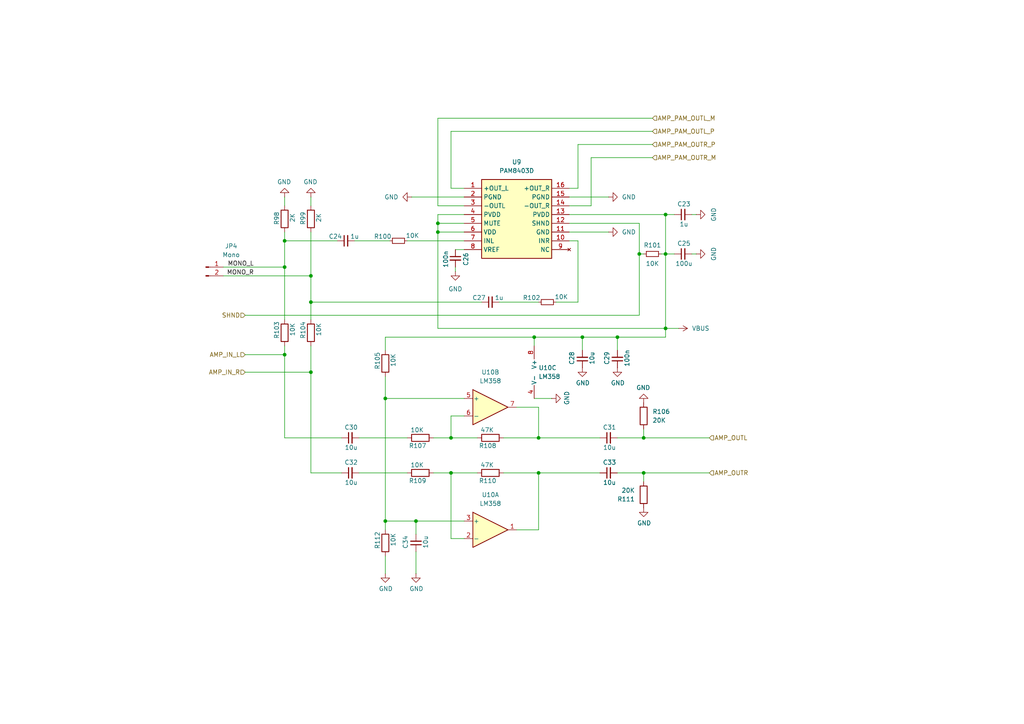
<source format=kicad_sch>
(kicad_sch (version 20250114) (generator "eeschema") (generator_version "9.0")
  (paper "A4")
  (title_block (title "TurboFRANK") (date "2025-03-19") (rev "1.04") (company "Mikhail Matveev") (comment 1 "https://github.com/xtremespb/frank"))
  (lib_symbols
    (symbol "Amplifier_Operational:LM358" (pin_names (offset 0.127))
      (property "Reference" "U" (at 0 5.08 0))
      (property "Value" "LM358" (at 0 -5.08 0))
      (symbol "LM358_1_1"
        (polyline (pts (xy -5.08 5.08) (xy 5.08 0) (xy -5.08 -5.08) (xy -5.08 5.08)) (stroke (width 0.254)) (fill (type background)))
        (pin input line (at -7.62 2.54 0) (length 2.54) (name "+") (number "3"))
        (pin input line (at -7.62 -2.54 0) (length 2.54) (name "-") (number "2"))
        (pin output line (at 7.62 0 180) (length 2.54) (name "~") (number "1"))
      )
      (symbol "LM358_2_1"
        (polyline (pts (xy -5.08 5.08) (xy 5.08 0) (xy -5.08 -5.08) (xy -5.08 5.08)) (stroke (width 0.254)) (fill (type background)))
        (pin input line (at -7.62 2.54 0) (length 2.54) (name "+") (number "5"))
        (pin input line (at -7.62 -2.54 0) (length 2.54) (name "-") (number "6"))
        (pin output line (at 7.62 0 180) (length 2.54) (name "~") (number "7"))
      )
      (symbol "LM358_3_1"
        (pin power_in line (at -2.54 7.62 270) (length 3.81) (name "V+") (number "8"))
        (pin power_in line (at -2.54 -7.62 90) (length 3.81) (name "V-") (number "4"))
      )
    )
    (symbol "Connector:Conn_01x02_Pin" (pin_names (offset 1.016) (hide yes))
      (property "Reference" "J" (at 0 2.54 0))
      (property "Value" "Conn_01x02_Pin" (at 0 -5.08 0))
      (symbol "Conn_01x02_Pin_1_1"
        (rectangle (start 0.8636 0.127) (end 0 -0.127) (stroke (width 0.1524)) (fill (type outline)))
        (rectangle (start 0.8636 -2.413) (end 0 -2.667) (stroke (width 0.1524)) (fill (type outline)))
        (polyline (pts (xy 1.27 0) (xy 0.8636 0)) (stroke (width 0.1524)))
        (polyline (pts (xy 1.27 -2.54) (xy 0.8636 -2.54)) (stroke (width 0.1524)))
        (pin passive line (at 5.08 0 180) (length 3.81) (name "Pin_1") (number "1"))
        (pin passive line (at 5.08 -2.54 180) (length 3.81) (name "Pin_2") (number "2"))
      )
    )
    (symbol "Device:C_Small" (pin_numbers (hide yes)) (pin_names (offset 0.254) (hide yes))
      (property "Reference" "C" (at 0.254 1.778 0))
      (property "Value" "C_Small" (at 0.254 -2.032 0))
      (symbol "C_Small_0_1"
        (polyline (pts (xy -1.524 0.508) (xy 1.524 0.508)) (stroke (width 0.3048)))
        (polyline (pts (xy -1.524 -0.508) (xy 1.524 -0.508)) (stroke (width 0.3302)))
      )
      (symbol "C_Small_1_1"
        (pin passive line (at 0 2.54 270) (length 2.032) (name "~") (number "1"))
        (pin passive line (at 0 -2.54 90) (length 2.032) (name "~") (number "2"))
      )
    )
    (symbol "Device:R" (pin_numbers (hide yes)) (pin_names (offset 0))
      (property "Reference" "R" (at 2.032 0 90))
      (property "Value" "R" (at 0 0 90))
      (symbol "R_0_1"
        (rectangle (start -1.016 -2.54) (end 1.016 2.54) (stroke (width 0.254)))
      )
      (symbol "R_1_1"
        (pin passive line (at 0 3.81 270) (length 1.27) (name "~") (number "1"))
        (pin passive line (at 0 -3.81 90) (length 1.27) (name "~") (number "2"))
      )
    )
    (symbol "Device:R_Small" (pin_numbers (hide yes)) (pin_names (offset 0.254) (hide yes))
      (property "Reference" "R" (at 0.762 0.508 0))
      (property "Value" "R_Small" (at 0.762 -1.016 0))
      (symbol "R_Small_0_1"
        (rectangle (start -0.762 1.778) (end 0.762 -1.778) (stroke (width 0.2032)))
      )
      (symbol "R_Small_1_1"
        (pin passive line (at 0 2.54 270) (length 0.762) (name "~") (number "1"))
        (pin passive line (at 0 -2.54 90) (length 0.762) (name "~") (number "2"))
      )
    )
    (symbol "FRANK:PAM8403D"
      (property "Reference" "U" (at 15.24 7.62 0))
      (property "Value" "PAM8403D" (at 15.24 5.08 0))
      (symbol "PAM8403D_1_1"
        (rectangle (start 5.08 2.54) (end 25.4 -20.32) (stroke (width 0.254)) (fill (type background)))
        (pin passive line (at 0 0 0) (length 5.08) (name "+OUT_L") (number "1"))
        (pin passive line (at 0 -2.54 0) (length 5.08) (name "PGND") (number "2"))
        (pin passive line (at 0 -5.08 0) (length 5.08) (name "-OUTL") (number "3"))
        (pin passive line (at 0 -7.62 0) (length 5.08) (name "PVDD") (number "4"))
        (pin passive line (at 0 -10.16 0) (length 5.08) (name "MUTE") (number "5"))
        (pin passive line (at 0 -12.7 0) (length 5.08) (name "VDD") (number "6"))
        (pin passive line (at 0 -15.24 0) (length 5.08) (name "INL") (number "7"))
        (pin passive line (at 0 -17.78 0) (length 5.08) (name "VREF") (number "8"))
        (pin passive line (at 30.48 0 180) (length 5.08) (name "+OUT_R") (number "16"))
        (pin passive line (at 30.48 -2.54 180) (length 5.08) (name "PGND") (number "15"))
        (pin passive line (at 30.48 -5.08 180) (length 5.08) (name "-OUT_R") (number "14"))
        (pin passive line (at 30.48 -7.62 180) (length 5.08) (name "PVDD") (number "13"))
        (pin passive line (at 30.48 -10.16 180) (length 5.08) (name "SHND") (number "12"))
        (pin passive line (at 30.48 -12.7 180) (length 5.08) (name "GND") (number "11"))
        (pin passive line (at 30.48 -15.24 180) (length 5.08) (name "INR") (number "10"))
        (pin no_connect line (at 30.48 -17.78 180) (length 5.08) (name "NC") (number "9"))
      )
    )
    (symbol "GND_1" (power) (pin_numbers (hide yes)) (pin_names (offset 0) (hide yes))
      (property "Value" "GND" (at 0 -3.81 0))
      (symbol "GND_1_0_1"
        (polyline (pts (xy 0 0) (xy 0 -1.27) (xy 1.27 -1.27) (xy 0 -2.54) (xy -1.27 -1.27) (xy 0 -1.27)))
      )
      (symbol "GND_1_1_1"
        (pin power_in line (at 0 0 270) (length 0) (name "~") (number "1"))
      )
    )
    (symbol "power:GND" (power) (pin_numbers (hide yes)) (pin_names (offset 0) (hide yes))
      (property "Value" "GND" (at 0 -3.81 0))
      (symbol "GND_0_1"
        (polyline (pts (xy 0 0) (xy 0 -1.27) (xy 1.27 -1.27) (xy 0 -2.54) (xy -1.27 -1.27) (xy 0 -1.27)))
      )
      (symbol "GND_1_1"
        (pin power_in line (at 0 0 270) (length 0) (name "~") (number "1"))
      )
    )
    (symbol "power:VBUS" (power) (pin_numbers (hide yes)) (pin_names (offset 0) (hide yes))
      (property "Value" "VBUS" (at 0 3.556 0))
      (symbol "VBUS_0_1"
        (polyline (pts (xy -0.762 1.27) (xy 0 2.54)))
        (polyline (pts (xy 0 2.54) (xy 0.762 1.27)))
        (polyline (pts (xy 0 0) (xy 0 2.54)))
      )
      (symbol "VBUS_1_1"
        (pin power_in line (at 0 0 90) (length 0) (name "~") (number "1"))
      )
    )
  )
  (junction (at 156.21 137.16))
  (junction (at 156.21 127))
  (junction (at 193.04 73.66))
  (junction (at 82.55 102.87))
  (junction (at 179.07 97.79))
  (junction (at 82.55 69.85))
  (junction (at 168.91 97.79))
  (junction (at 120.65 151.13))
  (junction (at 154.94 97.79))
  (junction (at 185.42 73.66))
  (junction (at 90.17 107.95))
  (junction (at 130.81 127))
  (junction (at 186.69 137.16))
  (junction (at 90.17 80.01))
  (junction (at 193.04 62.23))
  (junction (at 90.17 87.63))
  (junction (at 127 67.31))
  (junction (at 130.81 137.16))
  (junction (at 82.55 77.47))
  (junction (at 111.76 115.57))
  (junction (at 193.04 95.25))
  (junction (at 127 64.77))
  (junction (at 186.69 127))
  (junction (at 111.76 151.13))
  (wire (pts (xy 193.04 73.66) (xy 195.58 73.66)))
  (wire (pts (xy 111.76 101.6) (xy 111.76 97.79)))
  (wire (pts (xy 120.65 151.13) (xy 120.65 154.94)))
  (wire (pts (xy 165.1 62.23) (xy 193.04 62.23)))
  (wire (pts (xy 171.45 59.69) (xy 171.45 45.72)))
  (wire (pts (xy 119.38 57.15) (xy 134.62 57.15)))
  (wire (pts (xy 111.76 97.79) (xy 154.94 97.79)))
  (wire (pts (xy 165.1 57.15) (xy 176.53 57.15)))
  (wire (pts (xy 134.62 54.61) (xy 130.81 54.61)))
  (wire (pts (xy 82.55 69.85) (xy 97.79 69.85)))
  (wire (pts (xy 165.1 67.31) (xy 176.53 67.31)))
  (wire (pts (xy 168.91 97.79) (xy 179.07 97.79)))
  (wire (pts (xy 186.69 127) (xy 205.74 127)))
  (wire (pts (xy 185.42 73.66) (xy 185.42 91.44)))
  (wire (pts (xy 156.21 118.11) (xy 156.21 127)))
  (wire (pts (xy 167.64 41.91) (xy 189.23 41.91)))
  (wire (pts (xy 82.55 77.47) (xy 82.55 92.71)))
  (wire (pts (xy 82.55 102.87) (xy 82.55 127)))
  (wire (pts (xy 111.76 151.13) (xy 120.65 151.13)))
  (wire (pts (xy 165.1 69.85) (xy 167.64 69.85)))
  (wire (pts (xy 179.07 97.79) (xy 193.04 97.79)))
  (wire (pts (xy 127 62.23) (xy 134.62 62.23)))
  (wire (pts (xy 104.14 137.16) (xy 118.11 137.16)))
  (wire (pts (xy 186.69 124.46) (xy 186.69 127)))
  (wire (pts (xy 167.64 69.85) (xy 167.64 87.63)))
  (wire (pts (xy 156.21 87.63) (xy 144.78 87.63)))
  (wire (pts (xy 132.08 72.39) (xy 134.62 72.39)))
  (wire (pts (xy 146.05 137.16) (xy 156.21 137.16)))
  (wire (pts (xy 90.17 137.16) (xy 99.06 137.16)))
  (wire (pts (xy 102.87 69.85) (xy 113.03 69.85)))
  (wire (pts (xy 130.81 38.1) (xy 189.23 38.1)))
  (wire (pts (xy 71.12 102.87) (xy 82.55 102.87)))
  (wire (pts (xy 90.17 57.15) (xy 90.17 59.69)))
  (wire (pts (xy 64.77 80.01) (xy 90.17 80.01)))
  (wire (pts (xy 125.73 137.16) (xy 130.81 137.16)))
  (wire (pts (xy 90.17 100.33) (xy 90.17 107.95)))
  (wire (pts (xy 154.94 115.57) (xy 160.02 115.57)))
  (wire (pts (xy 156.21 127) (xy 173.99 127)))
  (wire (pts (xy 132.08 78.74) (xy 132.08 77.47)))
  (wire (pts (xy 130.81 127) (xy 138.43 127)))
  (wire (pts (xy 167.64 87.63) (xy 161.29 87.63)))
  (wire (pts (xy 154.94 97.79) (xy 168.91 97.79)))
  (wire (pts (xy 64.77 77.47) (xy 82.55 77.47)))
  (wire (pts (xy 82.55 69.85) (xy 82.55 77.47)))
  (wire (pts (xy 165.1 59.69) (xy 171.45 59.69)))
  (wire (pts (xy 193.04 73.66) (xy 193.04 95.25)))
  (wire (pts (xy 120.65 166.37) (xy 120.65 160.02)))
  (wire (pts (xy 179.07 127) (xy 186.69 127)))
  (wire (pts (xy 193.04 95.25) (xy 196.85 95.25)))
  (wire (pts (xy 165.1 64.77) (xy 185.42 64.77)))
  (wire (pts (xy 149.86 118.11) (xy 156.21 118.11)))
  (wire (pts (xy 90.17 67.31) (xy 90.17 80.01)))
  (wire (pts (xy 193.04 95.25) (xy 193.04 97.79)))
  (wire (pts (xy 127 95.25) (xy 193.04 95.25)))
  (wire (pts (xy 82.55 127) (xy 99.06 127)))
  (wire (pts (xy 82.55 67.31) (xy 82.55 69.85)))
  (wire (pts (xy 127 64.77) (xy 127 67.31)))
  (wire (pts (xy 179.07 137.16) (xy 186.69 137.16)))
  (wire (pts (xy 127 62.23) (xy 127 64.77)))
  (wire (pts (xy 130.81 120.65) (xy 134.62 120.65)))
  (wire (pts (xy 185.42 64.77) (xy 185.42 73.66)))
  (wire (pts (xy 118.11 69.85) (xy 134.62 69.85)))
  (wire (pts (xy 165.1 54.61) (xy 167.64 54.61)))
  (wire (pts (xy 111.76 109.22) (xy 111.76 115.57)))
  (wire (pts (xy 130.81 137.16) (xy 138.43 137.16)))
  (wire (pts (xy 111.76 166.37) (xy 111.76 161.29)))
  (wire (pts (xy 191.77 73.66) (xy 193.04 73.66)))
  (wire (pts (xy 149.86 153.67) (xy 156.21 153.67)))
  (wire (pts (xy 111.76 115.57) (xy 111.76 151.13)))
  (wire (pts (xy 130.81 54.61) (xy 130.81 38.1)))
  (wire (pts (xy 186.69 137.16) (xy 205.74 137.16)))
  (wire (pts (xy 71.12 91.44) (xy 185.42 91.44)))
  (wire (pts (xy 171.45 45.72) (xy 189.23 45.72)))
  (wire (pts (xy 193.04 62.23) (xy 195.58 62.23)))
  (wire (pts (xy 167.64 54.61) (xy 167.64 41.91)))
  (wire (pts (xy 90.17 107.95) (xy 90.17 137.16)))
  (wire (pts (xy 127 64.77) (xy 134.62 64.77)))
  (wire (pts (xy 104.14 127) (xy 118.11 127)))
  (wire (pts (xy 146.05 127) (xy 156.21 127)))
  (wire (pts (xy 111.76 115.57) (xy 134.62 115.57)))
  (wire (pts (xy 127 67.31) (xy 127 95.25)))
  (wire (pts (xy 71.12 107.95) (xy 90.17 107.95)))
  (wire (pts (xy 200.66 73.66) (xy 201.93 73.66)))
  (wire (pts (xy 82.55 100.33) (xy 82.55 102.87)))
  (wire (pts (xy 134.62 59.69) (xy 127 59.69)))
  (wire (pts (xy 111.76 151.13) (xy 111.76 153.67)))
  (wire (pts (xy 130.81 120.65) (xy 130.81 127)))
  (wire (pts (xy 156.21 137.16) (xy 156.21 153.67)))
  (wire (pts (xy 154.94 97.79) (xy 154.94 100.33)))
  (wire (pts (xy 156.21 137.16) (xy 173.99 137.16)))
  (wire (pts (xy 134.62 156.21) (xy 130.81 156.21)))
  (wire (pts (xy 127 67.31) (xy 134.62 67.31)))
  (wire (pts (xy 185.42 73.66) (xy 186.69 73.66)))
  (wire (pts (xy 82.55 57.15) (xy 82.55 59.69)))
  (wire (pts (xy 120.65 151.13) (xy 134.62 151.13)))
  (wire (pts (xy 179.07 97.79) (xy 179.07 101.6)))
  (wire (pts (xy 90.17 80.01) (xy 90.17 87.63)))
  (wire (pts (xy 90.17 87.63) (xy 90.17 92.71)))
  (wire (pts (xy 130.81 156.21) (xy 130.81 137.16)))
  (wire (pts (xy 193.04 62.23) (xy 193.04 73.66)))
  (wire (pts (xy 125.73 127) (xy 130.81 127)))
  (wire (pts (xy 127 59.69) (xy 127 34.29)))
  (wire (pts (xy 127 34.29) (xy 189.23 34.29)))
  (wire (pts (xy 201.93 62.23) (xy 200.66 62.23)))
  (wire (pts (xy 168.91 97.79) (xy 168.91 101.6)))
  (wire (pts (xy 139.7 87.63) (xy 90.17 87.63)))
  (wire (pts (xy 186.69 139.7) (xy 186.69 137.16)))
  (label "MONO_R" (at 73.66 80.01 180))
  (label " MONO_L" (at 73.66 77.47 180))
  (hierarchical_label "AMP_PAM_OUTL_M" (shape input) (at 189.23 34.29 0))
  (hierarchical_label "AMP_OUTR" (shape input) (at 205.74 137.16 0))
  (hierarchical_label "AMP_OUTL" (shape input) (at 205.74 127 0))
  (hierarchical_label "AMP_PAM_OUTR_P" (shape input) (at 189.23 41.91 0))
  (hierarchical_label "AMP_PAM_OUTL_P" (shape input) (at 189.23 38.1 0))
  (hierarchical_label "AMP_PAM_OUTR_M" (shape input) (at 189.23 45.72 0))
  (hierarchical_label "AMP_IN_L" (shape input) (at 71.12 102.87 180))
  (hierarchical_label "SHND" (shape input) (at 71.12 91.44 180))
  (hierarchical_label "AMP_IN_R" (shape input) (at 71.12 107.95 180))
  (symbol (lib_id "Device:C_Small") (at 120.65 157.48 180) (unit 1)
    (property "Reference" "C34" (at 117.602 157.226 90))
    (property "Value" "10u" (at 123.444 157.226 90))
    (property "Footprint" "FRANK:Capacitor (0805)" (effects (hide yes)))
    (property "Description" "Unpolarized capacitor, small symbol" (effects (hide yes)))
    (property "AliExpress" "https://www.aliexpress.com/item/33008008276.html" (effects (hide yes)))
  )
  (symbol (lib_id "Device:R") (at 90.17 63.5 180) (unit 1)
    (property "Reference" "R99" (at 87.884 65.278 90) (effects (justify right)))
    (property "Value" "2K" (at 92.456 64.516 90) (effects (justify right)))
    (property "Footprint" "FRANK:Resistor (0805)" (effects (hide yes)))
    (property "Datasheet" "https://www.vishay.com/docs/28952/mcs0402at-mct0603at-mcu0805at-mca1206at.pdf" (effects (hide yes)))
    (property "AliExpress" "https://www.aliexpress.com/item/1005005945735199.html" (effects (hide yes)))
  )
  (symbol (lib_id "Device:R") (at 121.92 137.16 270) (unit 1)
    (property "Reference" "R109" (at 123.698 139.446 90) (effects (justify right)))
    (property "Value" "10K" (at 122.936 134.874 90) (effects (justify right)))
    (property "Footprint" "FRANK:Resistor (0805)" (effects (hide yes)))
    (property "Datasheet" "https://www.vishay.com/docs/28952/mcs0402at-mct0603at-mcu0805at-mca1206at.pdf" (effects (hide yes)))
    (property "AliExpress" "https://www.aliexpress.com/item/1005005945735199.html" (effects (hide yes)))
  )
  (symbol (lib_id "Device:R") (at 82.55 96.52 180) (unit 1)
    (property "Reference" "R103" (at 80.264 98.298 90) (effects (justify right)))
    (property "Value" "10K" (at 84.836 97.536 90) (effects (justify right)))
    (property "Footprint" "FRANK:Resistor (0805)" (effects (hide yes)))
    (property "Datasheet" "https://www.vishay.com/docs/28952/mcs0402at-mct0603at-mcu0805at-mca1206at.pdf" (effects (hide yes)))
    (property "AliExpress" "https://www.aliexpress.com/item/1005005945735199.html" (effects (hide yes)))
  )
  (symbol (lib_id "power:GND") (at 119.38 57.15 270) (unit 1)
    (property "Reference" "#PWR0109" (effects (hide yes)))
    (property "Value" "GND" (at 115.57 57.1499 90) (effects (justify right)))
    (property "Description" "Power symbol creates a global label with name \"GND\" , ground" (effects (hide yes)))
  )
  (symbol (lib_id "power:GND") (at 176.53 57.15 90) (unit 1)
    (property "Reference" "#PWR0110" (effects (hide yes)))
    (property "Value" "GND" (at 180.34 57.1499 90) (effects (justify right)))
    (property "Description" "Power symbol creates a global label with name \"GND\" , ground" (effects (hide yes)))
  )
  (symbol (lib_id "Connector:Conn_01x02_Pin") (at 59.69 77.47 0) (unit 1)
    (property "Reference" "JP4" (at 67.056 71.374 0))
    (property "Value" "Mono" (at 67.056 73.914 0))
    (property "Footprint" "FRANK:Pin Header (1x02)" (effects (hide yes)))
    (property "Description" "Generic connector, single row, 01x02, script generated" (effects (hide yes)))
  )
  (symbol (lib_name "GND_1") (lib_id "power:GND") (at 186.69 116.84 180) (unit 1)
    (property "Reference" "#PWR0119" (effects (hide yes)))
    (property "Value" "GND" (at 186.563 112.4458 0))
    (property "Description" "Power symbol creates a global label with name \"GND\" , ground" (effects (hide yes)))
  )
  (symbol (lib_id "Device:R") (at 111.76 105.41 180) (unit 1)
    (property "Reference" "R105" (at 109.474 107.188 90) (effects (justify right)))
    (property "Value" "10K" (at 114.046 106.426 90) (effects (justify right)))
    (property "Footprint" "FRANK:Resistor (0805)" (effects (hide yes)))
    (property "Datasheet" "https://www.vishay.com/docs/28952/mcs0402at-mct0603at-mcu0805at-mca1206at.pdf" (effects (hide yes)))
    (property "AliExpress" "https://www.aliexpress.com/item/1005005945735199.html" (effects (hide yes)))
  )
  (symbol (lib_id "Device:C_Small") (at 176.53 137.16 90) (unit 1)
    (property "Reference" "C33" (at 176.784 134.112 90))
    (property "Value" "10u" (at 176.784 139.954 90))
    (property "Footprint" "FRANK:Capacitor (0805)" (effects (hide yes)))
    (property "Description" "Unpolarized capacitor, small symbol" (effects (hide yes)))
    (property "AliExpress" "https://www.aliexpress.com/item/33008008276.html" (effects (hide yes)))
  )
  (symbol (lib_name "GND_1") (lib_id "power:GND") (at 90.17 57.15 180) (unit 1)
    (property "Reference" "#PWR0108" (effects (hide yes)))
    (property "Value" "GND" (at 90.043 52.7558 0))
    (property "Description" "Power symbol creates a global label with name \"GND\" , ground" (effects (hide yes)))
  )
  (symbol (lib_id "Device:C_Small") (at 101.6 137.16 90) (unit 1)
    (property "Reference" "C32" (at 101.854 134.112 90))
    (property "Value" "10u" (at 101.854 139.954 90))
    (property "Footprint" "FRANK:Capacitor (0805)" (effects (hide yes)))
    (property "Description" "Unpolarized capacitor, small symbol" (effects (hide yes)))
    (property "AliExpress" "https://www.aliexpress.com/item/33008008276.html" (effects (hide yes)))
  )
  (symbol (lib_id "Device:R") (at 142.24 127 270) (unit 1)
    (property "Reference" "R108" (at 144.018 129.286 90) (effects (justify right)))
    (property "Value" "47K" (at 143.256 124.714 90) (effects (justify right)))
    (property "Footprint" "FRANK:Resistor (0805)" (effects (hide yes)))
    (property "Datasheet" "https://www.vishay.com/docs/28952/mcs0402at-mct0603at-mcu0805at-mca1206at.pdf" (effects (hide yes)))
    (property "AliExpress" "https://www.aliexpress.com/item/1005005945735199.html" (effects (hide yes)))
  )
  (symbol (lib_name "GND_1") (lib_id "power:GND") (at 186.69 147.32 0) (unit 1)
    (property "Reference" "#PWR0120" (effects (hide yes)))
    (property "Value" "GND" (at 186.817 151.7142 0))
    (property "Description" "Power symbol creates a global label with name \"GND\" , ground" (effects (hide yes)))
  )
  (symbol (lib_id "Amplifier_Operational:LM358") (at 157.48 107.95 0) (unit 3)
    (property "Reference" "U10" (at 156.21 106.6799 0) (effects (justify left)))
    (property "Value" "LM358" (at 156.21 109.2199 0) (effects (justify left)))
    (property "Footprint" "FRANK:SO-8" (effects (hide yes)))
    (property "Datasheet" "http://www.ti.com/lit/ds/symlink/lm2904-n.pdf" (effects (hide yes)))
    (property "Description" "Low-Power, Dual Operational Amplifiers, DIP-8/SOIC-8/TO-99-8" (effects (hide yes)))
  )
  (symbol (lib_id "Device:R") (at 121.92 127 270) (unit 1)
    (property "Reference" "R107" (at 123.698 129.286 90) (effects (justify right)))
    (property "Value" "10K" (at 122.936 124.714 90) (effects (justify right)))
    (property "Footprint" "FRANK:Resistor (0805)" (effects (hide yes)))
    (property "Datasheet" "https://www.vishay.com/docs/28952/mcs0402at-mct0603at-mcu0805at-mca1206at.pdf" (effects (hide yes)))
    (property "AliExpress" "https://www.aliexpress.com/item/1005005945735199.html" (effects (hide yes)))
  )
  (symbol (lib_id "Device:C_Small") (at 198.12 62.23 90) (unit 1)
    (property "Reference" "C23" (at 198.374 59.182 90))
    (property "Value" "1u" (at 198.374 65.024 90))
    (property "Footprint" "FRANK:Capacitor (0805)" (effects (hide yes)))
    (property "Description" "Unpolarized capacitor, small symbol" (effects (hide yes)))
    (property "AliExpress" "https://www.aliexpress.com/item/33008008276.html" (effects (hide yes)))
  )
  (symbol (lib_id "Device:C_Small") (at 132.08 74.93 0) (unit 1)
    (property "Reference" "C26" (at 135.128 75.184 90))
    (property "Value" "100n" (at 129.286 75.184 90))
    (property "Footprint" "FRANK:Capacitor (0805)" (effects (hide yes)))
    (property "Description" "Unpolarized capacitor, small symbol" (effects (hide yes)))
    (property "AliExpress" "https://www.aliexpress.com/item/33008008276.html" (effects (hide yes)))
  )
  (symbol (lib_name "GND_1") (lib_id "power:GND") (at 120.65 166.37 0) (unit 1)
    (property "Reference" "#PWR0122" (effects (hide yes)))
    (property "Value" "GND" (at 120.777 170.7642 0))
    (property "Description" "Power symbol creates a global label with name \"GND\" , ground" (effects (hide yes)))
  )
  (symbol (lib_id "Device:R_Small") (at 189.23 73.66 270) (unit 1)
    (property "Reference" "R101" (at 189.23 71.12 90))
    (property "Value" "10K" (at 189.23 76.454 90))
    (property "Footprint" "FRANK:Resistor (0805)" (effects (hide yes)))
    (property "Description" "Resistor, small symbol" (effects (hide yes)))
    (property "AliExpress" "https://www.aliexpress.com/item/1005005945735199.html" (effects (hide yes)))
  )
  (symbol (lib_id "Device:R") (at 82.55 63.5 180) (unit 1)
    (property "Reference" "R98" (at 80.264 65.278 90) (effects (justify right)))
    (property "Value" "2K" (at 84.836 64.516 90) (effects (justify right)))
    (property "Footprint" "FRANK:Resistor (0805)" (effects (hide yes)))
    (property "Datasheet" "https://www.vishay.com/docs/28952/mcs0402at-mct0603at-mcu0805at-mca1206at.pdf" (effects (hide yes)))
    (property "AliExpress" "https://www.aliexpress.com/item/1005005945735199.html" (effects (hide yes)))
  )
  (symbol (lib_name "GND_1") (lib_id "power:GND") (at 168.91 106.68 0) (unit 1)
    (property "Reference" "#PWR0116" (effects (hide yes)))
    (property "Value" "GND" (at 169.037 111.0742 0))
    (property "Description" "Power symbol creates a global label with name \"GND\" , ground" (effects (hide yes)))
  )
  (symbol (lib_id "FRANK:PAM8403D") (at 134.62 54.61 0) (unit 1)
    (property "Reference" "U9" (at 149.86 46.99 0))
    (property "Value" "PAM8403D" (at 149.86 49.53 0))
    (property "Footprint" "FRANK:SOIC127P600X175-16N" (effects (hide yes)))
    (property "Datasheet" "http://datasheets.maximintegrated.com/en/ds/MAX220-MAX249.pdf" (effects (hide yes)))
    (property "Description" "MAX232CSE+, Line Transceiver, EIA/TIA-232-E, RS-232, V.24, V.28 2-TX 2-RX 2-TRX, 5V, 16-Pin SOIC" (effects (hide yes)))
    (property "Height" "1.75" (effects (hide yes)))
    (property "Mouser Part Number" "700-MAX232CSE" (effects (hide yes)))
    (property "Mouser Price/Stock" "https://www.mouser.co.uk/ProductDetail/Analog-Devices-Maxim-Integrated/MAX232CSE%2b?qs=1THa7WoU59E0tHinO%252BHrBQ%3D%3D" (effects (hide yes)))
    (property "Manufacturer_Name" "Analog Devices" (effects (hide yes)))
    (property "Manufacturer_Part_Number" "MAX232CSE+" (effects (hide yes)))
  )
  (symbol (lib_id "Device:C_Small") (at 198.12 73.66 90) (unit 1)
    (property "Reference" "C25" (at 198.374 70.612 90))
    (property "Value" "100u" (at 198.374 76.454 90))
    (property "Footprint" "FRANK:Capacitor (0805)" (effects (hide yes)))
    (property "Datasheet" "https://eu.mouser.com/datasheet/2/447/KEM_T2005_T491-3316937.pdf" (effects (hide yes)))
    (property "Description" "Unpolarized capacitor, small symbol" (effects (hide yes)))
    (property "AliExpress" "https://www.aliexpress.com/item/33008008276.html" (effects (hide yes)))
  )
  (symbol (lib_name "GND_1") (lib_id "power:GND") (at 179.07 106.68 0) (unit 1)
    (property "Reference" "#PWR0117" (effects (hide yes)))
    (property "Value" "GND" (at 179.197 111.0742 0))
    (property "Description" "Power symbol creates a global label with name \"GND\" , ground" (effects (hide yes)))
  )
  (symbol (lib_id "power:GND") (at 201.93 73.66 90) (unit 1)
    (property "Reference" "#PWR0113" (effects (hide yes)))
    (property "Value" "GND" (at 207.01 73.66 0))
    (property "Description" "Power symbol creates a global label with name \"GND\" , ground" (effects (hide yes)))
  )
  (symbol (lib_id "power:GND") (at 201.93 62.23 90) (unit 1)
    (property "Reference" "#PWR0111" (effects (hide yes)))
    (property "Value" "GND" (at 207.01 62.23 0))
    (property "Description" "Power symbol creates a global label with name \"GND\" , ground" (effects (hide yes)))
  )
  (symbol (lib_id "Device:C_Small") (at 101.6 127 90) (unit 1)
    (property "Reference" "C30" (at 101.854 123.952 90))
    (property "Value" "10u" (at 101.854 129.794 90))
    (property "Footprint" "FRANK:Capacitor (0805)" (effects (hide yes)))
    (property "Description" "Unpolarized capacitor, small symbol" (effects (hide yes)))
    (property "AliExpress" "https://www.aliexpress.com/item/33008008276.html" (effects (hide yes)))
  )
  (symbol (lib_id "Device:R_Small") (at 115.57 69.85 270) (unit 1)
    (property "Reference" "R100" (at 110.998 68.58 90))
    (property "Value" "10K" (at 119.634 68.326 90))
    (property "Footprint" "FRANK:Resistor (0805)" (effects (hide yes)))
    (property "Description" "Resistor, small symbol" (effects (hide yes)))
    (property "AliExpress" "https://www.aliexpress.com/item/1005005945735199.html" (effects (hide yes)))
  )
  (symbol (lib_id "power:GND") (at 176.53 67.31 90) (unit 1)
    (property "Reference" "#PWR0112" (effects (hide yes)))
    (property "Value" "GND" (at 180.34 67.3099 90) (effects (justify right)))
    (property "Description" "Power symbol creates a global label with name \"GND\" , ground" (effects (hide yes)))
  )
  (symbol (lib_id "Device:C_Small") (at 168.91 104.14 180) (unit 1)
    (property "Reference" "C28" (at 165.862 103.886 90))
    (property "Value" "10u" (at 171.704 103.886 90))
    (property "Footprint" "FRANK:Capacitor (0805)" (effects (hide yes)))
    (property "Description" "Unpolarized capacitor, small symbol" (effects (hide yes)))
    (property "AliExpress" "https://www.aliexpress.com/item/33008008276.html" (effects (hide yes)))
  )
  (symbol (lib_id "Device:C_Small") (at 179.07 104.14 180) (unit 1)
    (property "Reference" "C29" (at 176.022 103.886 90))
    (property "Value" "100n" (at 181.864 103.886 90))
    (property "Footprint" "FRANK:Capacitor (0805)" (effects (hide yes)))
    (property "Description" "Unpolarized capacitor, small symbol" (effects (hide yes)))
    (property "AliExpress" "https://www.aliexpress.com/item/33008008276.html" (effects (hide yes)))
  )
  (symbol (lib_id "Device:C_Small") (at 100.33 69.85 90) (unit 1)
    (property "Reference" "C24" (at 97.282 68.58 90))
    (property "Value" "1u" (at 102.87 68.58 90))
    (property "Footprint" "FRANK:Capacitor (0805)" (effects (hide yes)))
    (property "Description" "Unpolarized capacitor, small symbol" (effects (hide yes)))
    (property "AliExpress" "https://www.aliexpress.com/item/33008008276.html" (effects (hide yes)))
  )
  (symbol (lib_id "power:GND") (at 132.08 78.74 0) (unit 1)
    (property "Reference" "#PWR0114" (effects (hide yes)))
    (property "Value" "GND" (at 132.08 83.82 0))
    (property "Description" "Power symbol creates a global label with name \"GND\" , ground" (effects (hide yes)))
  )
  (symbol (lib_name "GND_1") (lib_id "power:GND") (at 111.76 166.37 0) (unit 1)
    (property "Reference" "#PWR0121" (effects (hide yes)))
    (property "Value" "GND" (at 111.887 170.7642 0))
    (property "Description" "Power symbol creates a global label with name \"GND\" , ground" (effects (hide yes)))
  )
  (symbol (lib_id "Device:R") (at 142.24 137.16 270) (unit 1)
    (property "Reference" "R110" (at 144.018 139.446 90) (effects (justify right)))
    (property "Value" "47K" (at 143.256 134.874 90) (effects (justify right)))
    (property "Footprint" "FRANK:Resistor (0805)" (effects (hide yes)))
    (property "Datasheet" "https://www.vishay.com/docs/28952/mcs0402at-mct0603at-mcu0805at-mca1206at.pdf" (effects (hide yes)))
    (property "AliExpress" "https://www.aliexpress.com/item/1005005945735199.html" (effects (hide yes)))
  )
  (symbol (lib_id "Device:R") (at 90.17 96.52 180) (unit 1)
    (property "Reference" "R104" (at 87.884 98.298 90) (effects (justify right)))
    (property "Value" "10K" (at 92.456 97.536 90) (effects (justify right)))
    (property "Footprint" "FRANK:Resistor (0805)" (effects (hide yes)))
    (property "Datasheet" "https://www.vishay.com/docs/28952/mcs0402at-mct0603at-mcu0805at-mca1206at.pdf" (effects (hide yes)))
    (property "AliExpress" "https://www.aliexpress.com/item/1005005945735199.html" (effects (hide yes)))
  )
  (symbol (lib_id "power:VBUS") (at 196.85 95.25 270) (unit 1)
    (property "Reference" "#PWR0115" (effects (hide yes)))
    (property "Value" "VBUS" (at 200.66 95.2499 90) (effects (justify left)))
    (property "Description" "Power symbol creates a global label with name \"VBUS\"" (effects (hide yes)))
  )
  (symbol (lib_id "Device:R") (at 186.69 143.51 180) (unit 1)
    (property "Reference" "R111" (at 184.15 144.7801 0) (effects (justify left)))
    (property "Value" "20K" (at 184.15 142.2401 0) (effects (justify left)))
    (property "Footprint" "FRANK:Resistor (0805)" (effects (hide yes)))
    (property "Datasheet" "https://www.vishay.com/docs/28952/mcs0402at-mct0603at-mcu0805at-mca1206at.pdf" (effects (hide yes)))
    (property "AliExpress" "https://www.aliexpress.com/item/1005005945735199.html" (effects (hide yes)))
  )
  (symbol (lib_id "Device:R_Small") (at 158.75 87.63 270) (unit 1)
    (property "Reference" "R102" (at 154.178 86.36 90))
    (property "Value" "10K" (at 162.814 86.106 90))
    (property "Footprint" "FRANK:Resistor (0805)" (effects (hide yes)))
    (property "Description" "Resistor, small symbol" (effects (hide yes)))
    (property "AliExpress" "https://www.aliexpress.com/item/1005005945735199.html" (effects (hide yes)))
  )
  (symbol (lib_id "Device:R") (at 186.69 120.65 0) (unit 1)
    (property "Reference" "R106" (at 189.23 119.3799 0) (effects (justify left)))
    (property "Value" "20K" (at 189.23 121.9199 0) (effects (justify left)))
    (property "Footprint" "FRANK:Resistor (0805)" (effects (hide yes)))
    (property "Datasheet" "https://www.vishay.com/docs/28952/mcs0402at-mct0603at-mcu0805at-mca1206at.pdf" (effects (hide yes)))
    (property "AliExpress" "https://www.aliexpress.com/item/1005005945735199.html" (effects (hide yes)))
  )
  (symbol (lib_name "GND_1") (lib_id "power:GND") (at 82.55 57.15 180) (unit 1)
    (property "Reference" "#PWR0107" (effects (hide yes)))
    (property "Value" "GND" (at 82.423 52.7558 0))
    (property "Description" "Power symbol creates a global label with name \"GND\" , ground" (effects (hide yes)))
  )
  (symbol (lib_id "Amplifier_Operational:LM358") (at 142.24 118.11 0) (unit 2)
    (property "Reference" "U10" (at 142.24 107.95 0))
    (property "Value" "LM358" (at 142.24 110.49 0))
    (property "Footprint" "FRANK:SO-8" (effects (hide yes)))
    (property "Datasheet" "http://www.ti.com/lit/ds/symlink/lm2904-n.pdf" (effects (hide yes)))
    (property "Description" "Low-Power, Dual Operational Amplifiers, DIP-8/SOIC-8/TO-99-8" (effects (hide yes)))
  )
  (symbol (lib_id "Device:R") (at 111.76 157.48 180) (unit 1)
    (property "Reference" "R112" (at 109.474 159.258 90) (effects (justify right)))
    (property "Value" "10K" (at 114.046 158.496 90) (effects (justify right)))
    (property "Footprint" "FRANK:Resistor (0805)" (effects (hide yes)))
    (property "Datasheet" "https://www.vishay.com/docs/28952/mcs0402at-mct0603at-mcu0805at-mca1206at.pdf" (effects (hide yes)))
    (property "AliExpress" "https://www.aliexpress.com/item/1005005945735199.html" (effects (hide yes)))
  )
  (symbol (lib_id "Device:C_Small") (at 142.24 87.63 90) (unit 1)
    (property "Reference" "C27" (at 138.938 86.36 90))
    (property "Value" "1u" (at 144.78 86.36 90))
    (property "Footprint" "FRANK:Capacitor (0805)" (effects (hide yes)))
    (property "Description" "Unpolarized capacitor, small symbol" (effects (hide yes)))
    (property "AliExpress" "https://www.aliexpress.com/item/33008008276.html" (effects (hide yes)))
  )
  (symbol (lib_name "GND_1") (lib_id "power:GND") (at 160.02 115.57 90) (unit 1)
    (property "Reference" "#PWR0118" (effects (hide yes)))
    (property "Value" "GND" (at 164.4142 115.443 0))
    (property "Description" "Power symbol creates a global label with name \"GND\" , ground" (effects (hide yes)))
  )
  (symbol (lib_id "Device:C_Small") (at 176.53 127 90) (unit 1)
    (property "Reference" "C31" (at 176.784 123.952 90))
    (property "Value" "10u" (at 176.784 129.794 90))
    (property "Footprint" "FRANK:Capacitor (0805)" (effects (hide yes)))
    (property "Description" "Unpolarized capacitor, small symbol" (effects (hide yes)))
    (property "AliExpress" "https://www.aliexpress.com/item/33008008276.html" (effects (hide yes)))
  )
  (symbol (lib_id "Amplifier_Operational:LM358") (at 142.24 153.67 0) (unit 1)
    (property "Reference" "U10" (at 142.24 143.51 0))
    (property "Value" "LM358" (at 142.24 146.05 0))
    (property "Footprint" "FRANK:SO-8" (effects (hide yes)))
    (property "Datasheet" "http://www.ti.com/lit/ds/symlink/lm2904-n.pdf" (effects (hide yes)))
    (property "Description" "Low-Power, Dual Operational Amplifiers, DIP-8/SOIC-8/TO-99-8" (effects (hide yes)))
  )
)
</source>
